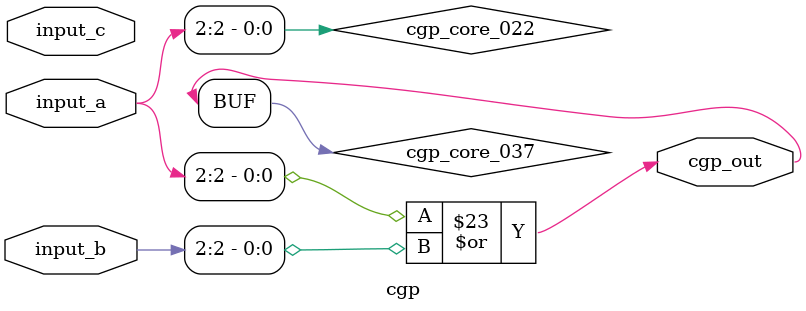
<source format=v>
module cgp(input [2:0] input_a, input [2:0] input_b, input [2:0] input_c, output [0:0] cgp_out);
  wire cgp_core_011;
  wire cgp_core_013;
  wire cgp_core_015;
  wire cgp_core_018;
  wire cgp_core_020;
  wire cgp_core_022;
  wire cgp_core_025;
  wire cgp_core_026;
  wire cgp_core_027;
  wire cgp_core_028_not;
  wire cgp_core_031_not;
  wire cgp_core_032;
  wire cgp_core_033;
  wire cgp_core_034;
  wire cgp_core_035;
  wire cgp_core_037;
  wire cgp_core_038_not;
  wire cgp_core_039;
  wire cgp_core_041;

  assign cgp_core_011 = ~input_b[2];
  assign cgp_core_013 = ~(input_a[0] & input_b[0]);
  assign cgp_core_015 = input_c[0] & input_a[1];
  assign cgp_core_018 = ~(input_b[0] ^ input_b[1]);
  assign cgp_core_020 = input_b[1] ^ input_a[1];
  assign cgp_core_022 = input_a[2] | input_a[2];
  assign cgp_core_025 = ~(input_b[0] & input_a[0]);
  assign cgp_core_026 = input_a[2] & input_b[1];
  assign cgp_core_027 = ~(input_a[2] | input_c[1]);
  assign cgp_core_028_not = ~input_b[1];
  assign cgp_core_031_not = ~input_a[0];
  assign cgp_core_032 = ~(input_a[0] | input_b[2]);
  assign cgp_core_033 = ~(input_b[1] & input_b[0]);
  assign cgp_core_034 = ~(input_c[0] | input_a[0]);
  assign cgp_core_035 = input_b[0] ^ input_a[0];
  assign cgp_core_037 = input_a[2] | input_b[2];
  assign cgp_core_038_not = ~input_a[2];
  assign cgp_core_039 = input_b[2] & input_a[1];
  assign cgp_core_041 = input_b[1] ^ input_c[2];

  assign cgp_out[0] = cgp_core_037;
endmodule
</source>
